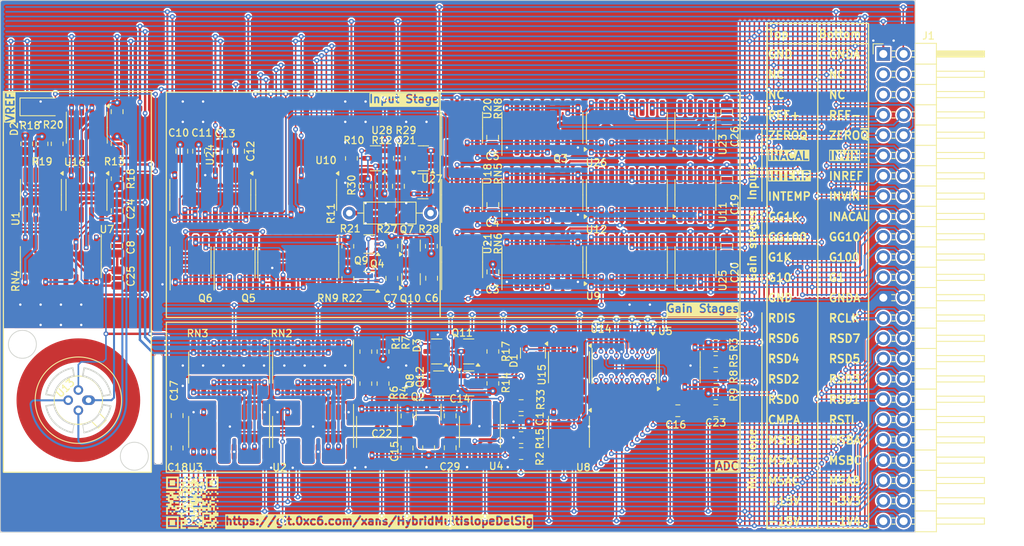
<source format=kicad_pcb>
(kicad_pcb
	(version 20240108)
	(generator "pcbnew")
	(generator_version "8.0")
	(general
		(thickness 1.6)
		(legacy_teardrops no)
	)
	(paper "A4")
	(layers
		(0 "F.Cu" signal)
		(31 "B.Cu" signal)
		(32 "B.Adhes" user "B.Adhesive")
		(33 "F.Adhes" user "F.Adhesive")
		(34 "B.Paste" user)
		(35 "F.Paste" user)
		(36 "B.SilkS" user "B.Silkscreen")
		(37 "F.SilkS" user "F.Silkscreen")
		(38 "B.Mask" user)
		(39 "F.Mask" user)
		(40 "Dwgs.User" user "User.Drawings")
		(41 "Cmts.User" user "User.Comments")
		(42 "Eco1.User" user "User.Eco1")
		(43 "Eco2.User" user "User.Eco2")
		(44 "Edge.Cuts" user)
		(45 "Margin" user)
		(46 "B.CrtYd" user "B.Courtyard")
		(47 "F.CrtYd" user "F.Courtyard")
		(48 "B.Fab" user)
		(49 "F.Fab" user)
		(50 "User.1" user)
		(51 "User.2" user)
		(52 "User.3" user)
		(53 "User.4" user)
		(54 "User.5" user)
		(55 "User.6" user)
		(56 "User.7" user)
		(57 "User.8" user)
		(58 "User.9" user)
	)
	(setup
		(stackup
			(layer "F.SilkS"
				(type "Top Silk Screen")
			)
			(layer "F.Paste"
				(type "Top Solder Paste")
			)
			(layer "F.Mask"
				(type "Top Solder Mask")
				(thickness 0.01)
			)
			(layer "F.Cu"
				(type "copper")
				(thickness 0.035)
			)
			(layer "dielectric 1"
				(type "core")
				(thickness 1.51)
				(material "FR4")
				(epsilon_r 4.5)
				(loss_tangent 0.02)
			)
			(layer "B.Cu"
				(type "copper")
				(thickness 0.035)
			)
			(layer "B.Mask"
				(type "Bottom Solder Mask")
				(thickness 0.01)
			)
			(layer "B.Paste"
				(type "Bottom Solder Paste")
			)
			(layer "B.SilkS"
				(type "Bottom Silk Screen")
			)
			(copper_finish "None")
			(dielectric_constraints no)
		)
		(pad_to_mask_clearance 0)
		(allow_soldermask_bridges_in_footprints no)
		(pcbplotparams
			(layerselection 0x00010fc_ffffffff)
			(plot_on_all_layers_selection 0x0000000_00000000)
			(disableapertmacros no)
			(usegerberextensions no)
			(usegerberattributes yes)
			(usegerberadvancedattributes yes)
			(creategerberjobfile yes)
			(dashed_line_dash_ratio 12.000000)
			(dashed_line_gap_ratio 3.000000)
			(svgprecision 4)
			(plotframeref no)
			(viasonmask no)
			(mode 1)
			(useauxorigin no)
			(hpglpennumber 1)
			(hpglpenspeed 20)
			(hpglpendiameter 15.000000)
			(pdf_front_fp_property_popups yes)
			(pdf_back_fp_property_popups yes)
			(dxfpolygonmode yes)
			(dxfimperialunits yes)
			(dxfusepcbnewfont yes)
			(psnegative no)
			(psa4output no)
			(plotreference yes)
			(plotvalue yes)
			(plotfptext yes)
			(plotinvisibletext no)
			(sketchpadsonfab no)
			(subtractmaskfromsilk no)
			(outputformat 1)
			(mirror no)
			(drillshape 0)
			(scaleselection 1)
			(outputdirectory "Gerbers/")
		)
	)
	(net 0 "")
	(net 1 "GNDA")
	(net 2 "Net-(RN6D-R4.1)")
	(net 3 "/InputStage/BurnFront")
	(net 4 "Net-(RN2D-R4.2)")
	(net 5 "Net-(RN3D-R4.2)")
	(net 6 "Net-(RN3B-R2.2)")
	(net 7 "Net-(RN4C-R3.1)")
	(net 8 "unconnected-(U20-NC-Pad5)")
	(net 9 "unconnected-(U21-NC-Pad1)")
	(net 10 "unconnected-(U21-NC-Pad5)")
	(net 11 "unconnected-(U21-NC-Pad8)")
	(net 12 "Net-(C9-Pad2)")
	(net 13 "Net-(Q2-D)")
	(net 14 "Net-(Q2-S)")
	(net 15 "-15V")
	(net 16 "/ADC/VIN")
	(net 17 "unconnected-(U2-INH-Pad6)")
	(net 18 "unconnected-(U3-INH-Pad6)")
	(net 19 "unconnected-(U4-NC-Pad1)")
	(net 20 "unconnected-(U4-NC-Pad5)")
	(net 21 "unconnected-(U4-NC-Pad8)")
	(net 22 "unconnected-(U6-NC-Pad1)")
	(net 23 "unconnected-(U6-NC-Pad5)")
	(net 24 "+15V")
	(net 25 "unconnected-(U6-NC-Pad8)")
	(net 26 "Net-(D1-A)")
	(net 27 "Net-(R6-Pad1)")
	(net 28 "Net-(U6-+)")
	(net 29 "Net-(RN4A-R1.1)")
	(net 30 "Net-(RN5D-R4.1)")
	(net 31 "Net-(RN8D-R4.1)")
	(net 32 "/InputStage/IN+")
	(net 33 "Net-(RN9C-R3.2)")
	(net 34 "/InputStage/IN-")
	(net 35 "Net-(RN9A-R1.2)")
	(net 36 "Net-(RN9G-R7.2)")
	(net 37 "Net-(RN9E-R5.2)")
	(net 38 "Net-(RN5B-R2.1)")
	(net 39 "Net-(RN5C-R3.1)")
	(net 40 "Net-(RN5E-R5.1)")
	(net 41 "Net-(RN5B-R2.2)")
	(net 42 "Net-(RN6B-R2.1)")
	(net 43 "Net-(RN6C-R3.1)")
	(net 44 "Net-(RN8B-R2.1)")
	(net 45 "Net-(RN8C-R3.1)")
	(net 46 "Net-(RN8B-R2.2)")
	(net 47 "GNDD")
	(net 48 "unconnected-(U18-VOS-Pad1)")
	(net 49 "unconnected-(U18-NC-Pad5)")
	(net 50 "unconnected-(U18-VOS-Pad8)")
	(net 51 "unconnected-(U20-VOS-Pad1)")
	(net 52 "unconnected-(U20-VOS-Pad8)")
	(net 53 "-1V4")
	(net 54 "+3V3")
	(net 55 "Net-(U5B-+)")
	(net 56 "Net-(D2-A)")
	(net 57 "Net-(C12-Pad1)")
	(net 58 "Net-(C13-Pad1)")
	(net 59 "/ACAL")
	(net 60 "VDD")
	(net 61 "Net-(RN8E-R5.1)")
	(net 62 "unconnected-(U11-NC-Pad1)")
	(net 63 "unconnected-(U11-NC-Pad5)")
	(net 64 "Net-(U11-Pad6)")
	(net 65 "unconnected-(U11-NC-Pad8)")
	(net 66 "unconnected-(U25-NC-Pad1)")
	(net 67 "unconnected-(U25-NC-Pad5)")
	(net 68 "Net-(U25-Pad6)")
	(net 69 "unconnected-(U25-NC-Pad8)")
	(net 70 "Net-(RN6E-R5.1)")
	(net 71 "unconnected-(U23-NC-Pad1)")
	(net 72 "unconnected-(U23-NC-Pad5)")
	(net 73 "Net-(U23-Pad6)")
	(net 74 "unconnected-(U23-NC-Pad8)")
	(net 75 "VSS")
	(net 76 "Net-(C10-Pad1)")
	(net 77 "Net-(C11-Pad1)")
	(net 78 "Net-(C11-Pad2)")
	(net 79 "Net-(Q3-S)")
	(net 80 "Net-(Q3-G)")
	(net 81 "Net-(Q3-D)")
	(net 82 "Net-(U28-REF)")
	(net 83 "Net-(Q10A-B1)")
	(net 84 "Net-(Q4A-B1)")
	(net 85 "Net-(Q9A-E1)")
	(net 86 "Net-(Q7A-E1)")
	(net 87 "Net-(Q10A-E1)")
	(net 88 "Net-(Q10B-E2)")
	(net 89 "Net-(Q7B-E2)")
	(net 90 "Net-(Q4A-E1)")
	(net 91 "Net-(Q4B-E2)")
	(net 92 "Net-(Q9B-E2)")
	(net 93 "Net-(D3-A)")
	(net 94 "Net-(U14-AIN)")
	(net 95 "Net-(U5A-+)")
	(net 96 "Net-(U5A--)")
	(net 97 "Net-(U14-VRT)")
	(net 98 "unconnected-(U8-NC-Pad1)")
	(net 99 "unconnected-(U8-NC-Pad5)")
	(net 100 "unconnected-(U8-SHDN-Pad8)")
	(net 101 "Net-(Q8-D)")
	(net 102 "Net-(RN3A-R1.2)")
	(net 103 "Net-(RN2B-R2.2)")
	(net 104 "Net-(RN2A-R1.2)")
	(net 105 "Net-(Q11-D)")
	(net 106 "Net-(Q11-G)")
	(net 107 "unconnected-(U15-NC-Pad1)")
	(net 108 "unconnected-(U15-NC-Pad5)")
	(net 109 "unconnected-(U15-NC-Pad8)")
	(net 110 "/InputStage/VREF_GND")
	(net 111 "Net-(RN4A-R1.2)")
	(net 112 "Net-(U1-+)")
	(net 113 "Net-(RN4H-R8.2)")
	(net 114 "Net-(RN4B-R2.2)")
	(net 115 "Net-(RN4C-R3.2)")
	(net 116 "Net-(RN4E-R5.2)")
	(net 117 "Net-(RN4D-R4.2)")
	(net 118 "unconnected-(U1-NC-Pad1)")
	(net 119 "unconnected-(U1-NC-Pad5)")
	(net 120 "unconnected-(U1-NC-Pad8)")
	(net 121 "unconnected-(U7-NC-Pad1)")
	(net 122 "unconnected-(U7-NC-Pad5)")
	(net 123 "unconnected-(U7-NC-Pad8)")
	(net 124 "unconnected-(U16-NC-Pad1)")
	(net 125 "unconnected-(U16-NC-Pad5)")
	(net 126 "unconnected-(U16-NC-Pad8)")
	(net 127 "/VREF-")
	(net 128 "/VREF+")
	(net 129 "unconnected-(J1-Pin_5-Pad5)")
	(net 130 "unconnected-(J1-Pin_4-Pad4)")
	(net 131 "unconnected-(J1-Pin_6-Pad6)")
	(net 132 "unconnected-(J1-Pin_3-Pad3)")
	(net 133 "Net-(U8-+)")
	(net 134 "/SLOPEB-C")
	(net 135 "/SLOPEB-A")
	(net 136 "/SLOPEB-B")
	(net 137 "/SLOPEC-B")
	(net 138 "/SLOPEC-A")
	(net 139 "/SLOPEC-C")
	(net 140 "/MS_COMPA")
	(net 141 "/MS_INTRST")
	(net 142 "/RESIDUAL-D3")
	(net 143 "/RESIDUAL-D2")
	(net 144 "/RESIDUAL-D6")
	(net 145 "/RESIDUAL-D7")
	(net 146 "/RESIDUAL-D5")
	(net 147 "/RESIDUAL-D1")
	(net 148 "/RESIDUAL-D0")
	(net 149 "/RESIDUAL-D4")
	(net 150 "/RESIDUAL-CLK")
	(net 151 "/RESIDUAL-SHDN")
	(net 152 "/Gx10")
	(net 153 "/Gx1")
	(net 154 "/Gx100")
	(net 155 "/Gx1000")
	(net 156 "/GNDxG1000")
	(net 157 "/GNDxG100")
	(net 158 "/GNDxG10")
	(net 159 "/Q_INxGND")
	(net 160 "/~{Q}_INxGND")
	(net 161 "/INxVREF")
	(net 162 "/INxVIN")
	(net 163 "/INxTEMP")
	(net 164 "/INxACAL")
	(net 165 "/TEMP")
	(net 166 "/VIN")
	(footprint "Capacitor_SMD:C_0805_2012Metric" (layer "F.Cu") (at 123.157789 68.892161 -90))
	(footprint "Resistor_SMD:R_0805_2012Metric" (layer "F.Cu") (at 159.959614 97.933961 90))
	(footprint "Resistor_SMD:R_0805_2012Metric" (layer "F.Cu") (at 146.050914 73.278961 90))
	(footprint "Package_TO_SOT_SMD:SOT-23" (layer "F.Cu") (at 156.937114 97.933961))
	(footprint "Package_TO_SOT_SMD:SOT-363_SC-70-6" (layer "F.Cu") (at 144.490914 85.091461 180))
	(footprint "Package_SO:TSSOP-24_4.4x7.8mm_P0.65mm" (layer "F.Cu") (at 176.399614 95.756461 -90))
	(footprint "Package_TO_SOT_THT:Analog_TO-46-4_ThermalShield" (layer "F.Cu") (at 109.390536 100.029783 180))
	(footprint "Package_TO_SOT_SMD:SOT-143" (layer "F.Cu") (at 151.924614 101.878961 -90))
	(footprint "Resistor_SMD:R_0805_2012Metric" (layer "F.Cu") (at 105.469614 67.968961 -90))
	(footprint "Package_SO:SOIC-16_3.9x9.9mm_P1.27mm" (layer "F.Cu") (at 126.974614 95.953961 -90))
	(footprint "Capacitor_SMD:C_0805_2012Metric" (layer "F.Cu") (at 159.929614 67.156561 90))
	(footprint "Package_TO_SOT_SMD:SOT-23" (layer "F.Cu") (at 164.974614 94.128961 -90))
	(footprint "Package_SO:SOIC-16_3.9x9.9mm_P1.27mm" (layer "F.Cu") (at 137.474614 95.953961 -90))
	(footprint "Resistor_SMD:R_0805_2012Metric" (layer "F.Cu") (at 187.829614 93.203961))
	(footprint "Resistor_SMD:R_0805_2012Metric" (layer "F.Cu") (at 146.224614 97.953961 90))
	(footprint "Package_SO:SOIC-8_3.9x4.9mm_P1.27mm" (layer "F.Cu") (at 156.114614 74.353961 90))
	(footprint "Capacitor_SMD:C_0805_2012Metric" (layer "F.Cu") (at 159.956914 75.570761 90))
	(footprint "Package_TO_SOT_SMD:SOT-363_SC-70-6" (layer "F.Cu") (at 149.720914 80.693961 90))
	(footprint "Capacitor_SMD:C_0805_2012Metric" (layer "F.Cu") (at 126.065289 68.892161 90))
	(footprint "Capacitor_SMD:C_0805_2012Metric" (layer "F.Cu") (at 112.969614 63.943961 -90))
	(footprint "LOGO" (layer "F.Cu") (at 115.815 113.15))
	(footprint "Capacitor_SMD:C_0805_2012Metric" (layer "F.Cu") (at 148.150914 73.278961 90))
	(footprint "Resistor_SMD:R_0805_2012Metric" (layer "F.Cu") (at 159.959614 93.933961 90))
	(footprint "Capacitor_SMD:C_0805_2012Metric" (layer "F.Cu") (at 149.224614 102.003961 90))
	(footprint "Resistor_SMD:R_0805_2012Metric" (layer "F.Cu") (at 147.320914 80.776461 -90))
	(footprint "LOGO" (layer "F.Cu") (at 108.865 113.175))
	(footprint "Package_TO_SOT_SMD:SOT-363_SC-70-6" (layer "F.Cu") (at 149.720914 84.895211 90))
	(footprint "Capacitor_SMD:C_0805_2012Metric"
		(layer "F.Cu")
		(uuid "390e2186-938d-4f4d-a71c-b4df10c26e15")
		(at 112.979614 76.33021 -90)
		(descr "Capacitor SMD 
... [2023873 chars truncated]
</source>
